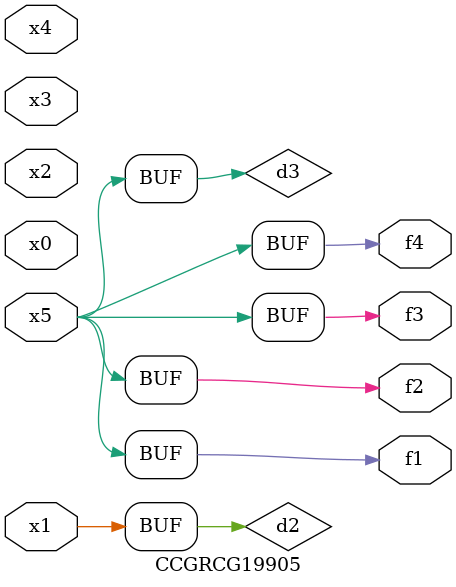
<source format=v>
module CCGRCG19905(
	input x0, x1, x2, x3, x4, x5,
	output f1, f2, f3, f4
);

	wire d1, d2, d3;

	not (d1, x5);
	or (d2, x1);
	xnor (d3, d1);
	assign f1 = d3;
	assign f2 = d3;
	assign f3 = d3;
	assign f4 = d3;
endmodule

</source>
